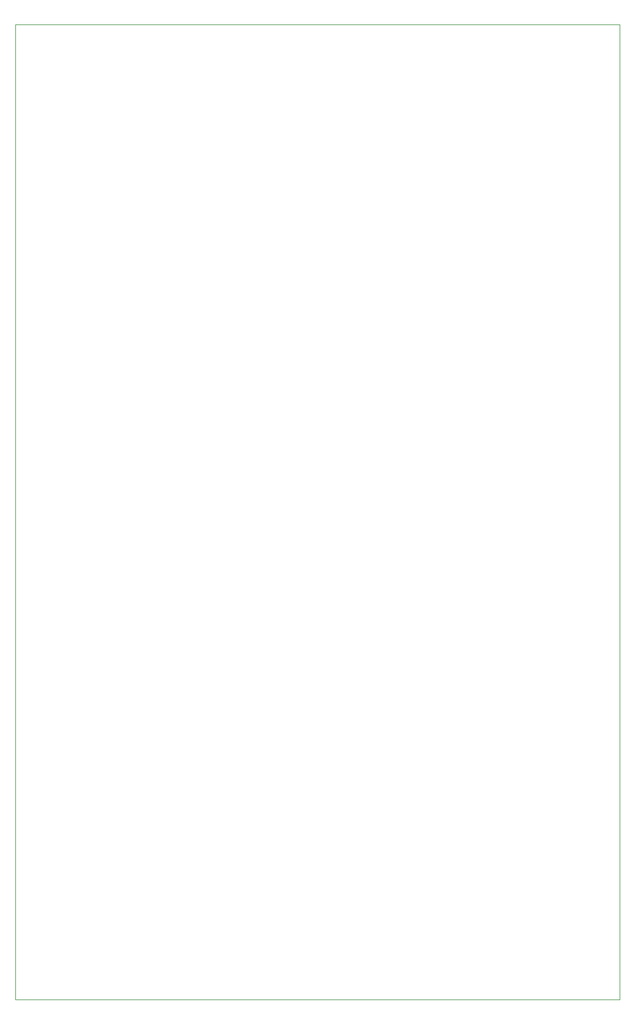
<source format=gbr>
%TF.GenerationSoftware,KiCad,Pcbnew,5.1.8-db9833491~87~ubuntu18.04.1*%
%TF.CreationDate,2020-11-24T07:54:30-06:00*%
%TF.ProjectId,binary-clock-01,62696e61-7279-42d6-936c-6f636b2d3031,rev?*%
%TF.SameCoordinates,Original*%
%TF.FileFunction,Profile,NP*%
%FSLAX46Y46*%
G04 Gerber Fmt 4.6, Leading zero omitted, Abs format (unit mm)*
G04 Created by KiCad (PCBNEW 5.1.8-db9833491~87~ubuntu18.04.1) date 2020-11-24 07:54:30*
%MOMM*%
%LPD*%
G01*
G04 APERTURE LIST*
%TA.AperFunction,Profile*%
%ADD10C,0.050000*%
%TD*%
G04 APERTURE END LIST*
D10*
X170000000Y-30000000D02*
X80000000Y-30000000D01*
X170000000Y-175000000D02*
X170000000Y-30000000D01*
X80000000Y-175000000D02*
X170000000Y-175000000D01*
X80000000Y-30000000D02*
X80000000Y-175000000D01*
M02*

</source>
